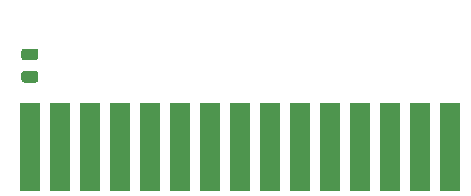
<source format=gbr>
G04 #@! TF.GenerationSoftware,KiCad,Pcbnew,(5.1.8)-1*
G04 #@! TF.CreationDate,2020-11-28T19:45:41+01:00*
G04 #@! TF.ProjectId,MM1_EEPROM_32k_A,4d4d315f-4545-4505-924f-4d5f33326b5f,R1*
G04 #@! TF.SameCoordinates,PX6b49d20PY52f83c0*
G04 #@! TF.FileFunction,Soldermask,Bot*
G04 #@! TF.FilePolarity,Negative*
%FSLAX46Y46*%
G04 Gerber Fmt 4.6, Leading zero omitted, Abs format (unit mm)*
G04 Created by KiCad (PCBNEW (5.1.8)-1) date 2020-11-28 19:45:41*
%MOMM*%
%LPD*%
G01*
G04 APERTURE LIST*
%ADD10R,1.700000X7.500000*%
G04 APERTURE END LIST*
D10*
X7530000Y-29890000D03*
X10070000Y-29890000D03*
X12610000Y-29890000D03*
X15150000Y-29890000D03*
X17690000Y-29890000D03*
X20230000Y-29890000D03*
X22770000Y-29890000D03*
X25310000Y-29890000D03*
X27850000Y-29890000D03*
X30390000Y-29890000D03*
X32930000Y-29890000D03*
X35470000Y-29890000D03*
X38010000Y-29890000D03*
X40550000Y-29890000D03*
X43090000Y-29890000D03*
G36*
G01*
X7025000Y-21550000D02*
X7975000Y-21550000D01*
G75*
G02*
X8225000Y-21800000I0J-250000D01*
G01*
X8225000Y-22300000D01*
G75*
G02*
X7975000Y-22550000I-250000J0D01*
G01*
X7025000Y-22550000D01*
G75*
G02*
X6775000Y-22300000I0J250000D01*
G01*
X6775000Y-21800000D01*
G75*
G02*
X7025000Y-21550000I250000J0D01*
G01*
G37*
G36*
G01*
X7025000Y-23450000D02*
X7975000Y-23450000D01*
G75*
G02*
X8225000Y-23700000I0J-250000D01*
G01*
X8225000Y-24200000D01*
G75*
G02*
X7975000Y-24450000I-250000J0D01*
G01*
X7025000Y-24450000D01*
G75*
G02*
X6775000Y-24200000I0J250000D01*
G01*
X6775000Y-23700000D01*
G75*
G02*
X7025000Y-23450000I250000J0D01*
G01*
G37*
M02*

</source>
